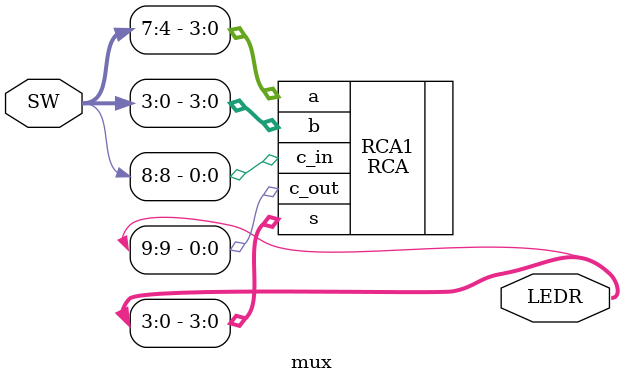
<source format=v>
`timescale 1ns / 1ns // `timescale time_unit/time_precision


//LEDR[0] output display

module mux(LEDR, SW);
    input [8:0] SW;
    output [9:0] LEDR;

	// mapping ports to board for FPGA
    RCA RCA1(
        .a(SW[7:4]),
        .b(SW[3:0]),
        .c_in(SW[8]),
	.s(LEDR[3:0]),
        .c_out(LEDR[9])
        );
endmodule
</source>
